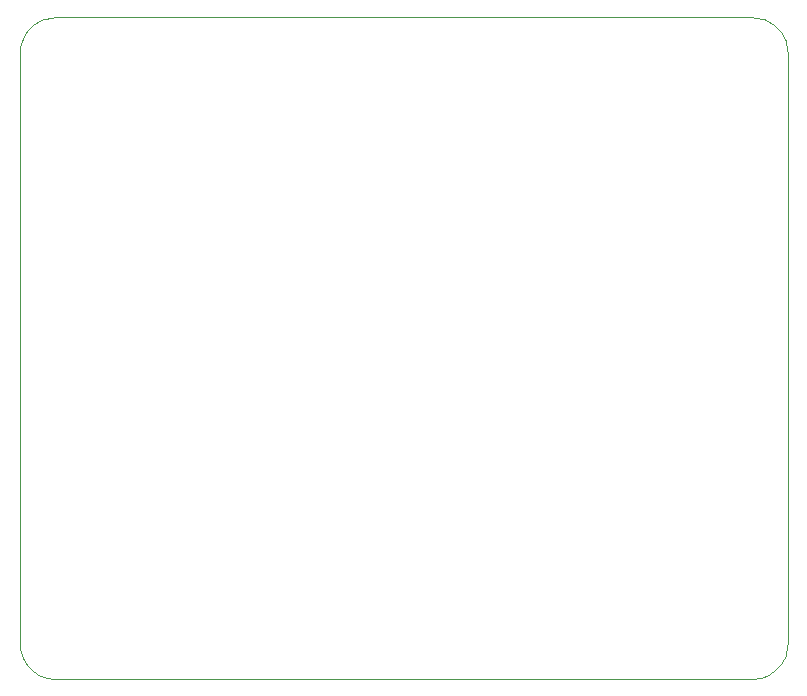
<source format=gm1>
G04*
G04 #@! TF.GenerationSoftware,Altium Limited,Altium Designer,19.1.8 (144)*
G04*
G04 Layer_Color=16711935*
%FSLAX44Y44*%
%MOMM*%
G71*
G01*
G75*
%ADD15C,0.1000*%
D15*
X650000Y530000D02*
X649898Y532477D01*
X649591Y534938D01*
X649082Y537365D01*
X648374Y539741D01*
X647473Y542051D01*
X646384Y544278D01*
X645115Y546409D01*
X643674Y548426D01*
X642072Y550318D01*
X640319Y552072D01*
X638426Y553674D01*
X636408Y555115D01*
X634278Y556384D01*
X632051Y557473D01*
X629741Y558374D01*
X627365Y559082D01*
X624938Y559591D01*
X622477Y559897D01*
X620000Y560000D01*
X30000D02*
X27523Y559897D01*
X25062Y559591D01*
X22635Y559082D01*
X20259Y558374D01*
X17949Y557473D01*
X15722Y556384D01*
X13592Y555115D01*
X11574Y553674D01*
X9682Y552072D01*
X7928Y550318D01*
X6326Y548426D01*
X4885Y546409D01*
X3616Y544278D01*
X2527Y542051D01*
X1626Y539741D01*
X918Y537365D01*
X409Y534938D01*
X103Y532477D01*
X0Y530000D01*
Y30000D02*
X103Y27523D01*
X409Y25062D01*
X918Y22635D01*
X1626Y20259D01*
X2527Y17949D01*
X3616Y15722D01*
X4885Y13592D01*
X6326Y11574D01*
X7928Y9682D01*
X9682Y7928D01*
X11574Y6326D01*
X13592Y4885D01*
X15722Y3616D01*
X17949Y2527D01*
X20259Y1626D01*
X22636Y918D01*
X25062Y409D01*
X27523Y103D01*
X30000Y0D01*
X620000D02*
X622477Y103D01*
X624938Y409D01*
X627365Y918D01*
X629741Y1626D01*
X632051Y2527D01*
X634278Y3616D01*
X636409Y4885D01*
X638426Y6326D01*
X640319Y7928D01*
X642072Y9682D01*
X643674Y11574D01*
X645115Y13592D01*
X646384Y15722D01*
X647473Y17949D01*
X648374Y20259D01*
X649082Y22636D01*
X649591Y25062D01*
X649898Y27523D01*
X650000Y30000D01*
X30000Y560000D02*
X620000D01*
X30000Y-0D02*
X620000Y0D01*
X650000Y530000D02*
X650000Y30000D01*
X3Y530000D02*
X3Y30000D01*
M02*

</source>
